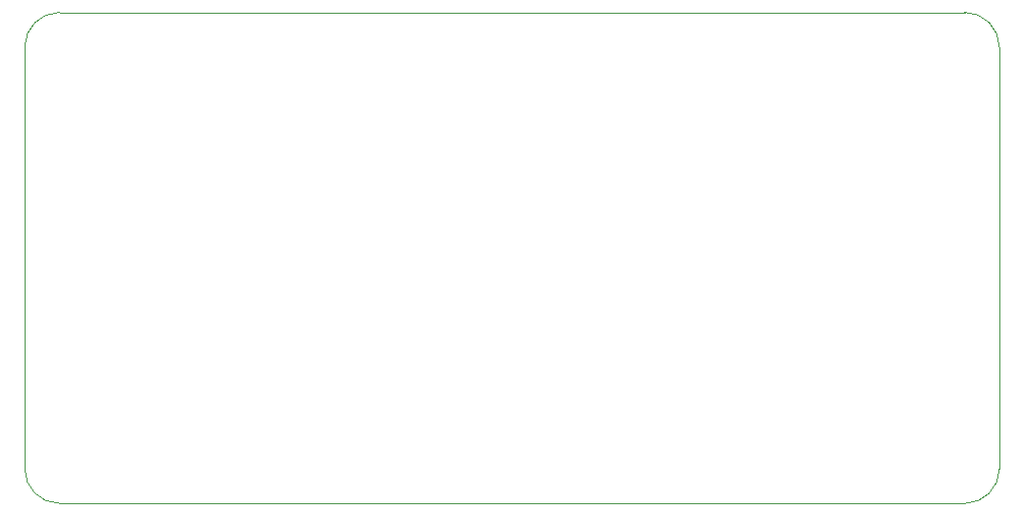
<source format=gm1>
%TF.GenerationSoftware,KiCad,Pcbnew,9.0.2*%
%TF.CreationDate,2025-07-02T22:19:12+01:00*%
%TF.ProjectId,sharfinder,73686172-6669-46e6-9465-722e6b696361,rev?*%
%TF.SameCoordinates,Original*%
%TF.FileFunction,Profile,NP*%
%FSLAX46Y46*%
G04 Gerber Fmt 4.6, Leading zero omitted, Abs format (unit mm)*
G04 Created by KiCad (PCBNEW 9.0.2) date 2025-07-02 22:19:12*
%MOMM*%
%LPD*%
G01*
G04 APERTURE LIST*
%TA.AperFunction,Profile*%
%ADD10C,0.050000*%
%TD*%
G04 APERTURE END LIST*
D10*
X111140000Y-79800000D02*
G75*
G02*
X114140000Y-76800000I3000000J0D01*
G01*
X192040000Y-119100000D02*
X114140000Y-119100000D01*
X114140000Y-119100000D02*
G75*
G02*
X111140000Y-116100000I0J3000000D01*
G01*
X195040000Y-116100000D02*
G75*
G02*
X192040000Y-119100000I-3000000J0D01*
G01*
X195040000Y-79800000D02*
X195040000Y-116100000D01*
X192040000Y-76800000D02*
G75*
G02*
X195040000Y-79800000I0J-3000000D01*
G01*
X114140000Y-76800000D02*
X192040000Y-76800000D01*
X111140000Y-116100000D02*
X111140000Y-79800000D01*
M02*

</source>
